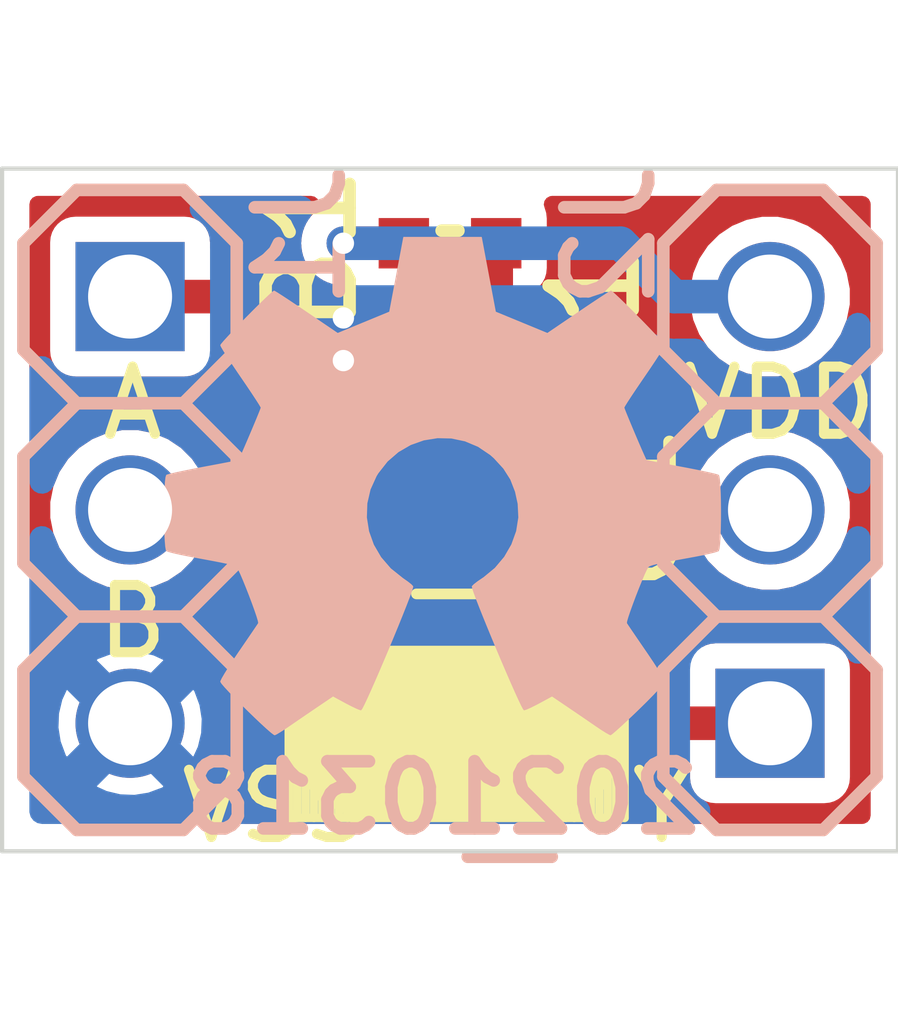
<source format=kicad_pcb>
(kicad_pcb (version 20171130) (host pcbnew 5.1.9-73d0e3b20d~88~ubuntu20.10.1)

  (general
    (thickness 1.6)
    (drawings 9)
    (tracks 22)
    (zones 0)
    (modules 8)
    (nets 8)
  )

  (page A4)
  (layers
    (0 F.Cu signal)
    (31 B.Cu signal)
    (32 B.Adhes user)
    (33 F.Adhes user)
    (34 B.Paste user)
    (35 F.Paste user)
    (36 B.SilkS user)
    (37 F.SilkS user)
    (38 B.Mask user)
    (39 F.Mask user)
    (40 Dwgs.User user)
    (41 Cmts.User user)
    (42 Eco1.User user)
    (43 Eco2.User user)
    (44 Edge.Cuts user)
    (45 Margin user)
    (46 B.CrtYd user)
    (47 F.CrtYd user)
    (48 B.Fab user)
    (49 F.Fab user)
  )

  (setup
    (last_trace_width 0.25)
    (user_trace_width 0.2)
    (user_trace_width 0.3)
    (user_trace_width 0.4)
    (user_trace_width 0.6)
    (user_trace_width 0.8)
    (user_trace_width 1)
    (user_trace_width 1.2)
    (user_trace_width 1.4)
    (user_trace_width 1.6)
    (user_trace_width 2)
    (trace_clearance 0.2)
    (zone_clearance 0.3)
    (zone_45_only no)
    (trace_min 0.1524)
    (via_size 0.8)
    (via_drill 0.4)
    (via_min_size 0.381)
    (via_min_drill 0.254)
    (user_via 0.4 0.254)
    (user_via 0.5 0.3)
    (user_via 0.6 0.4)
    (user_via 0.8 0.6)
    (user_via 1.1 0.8)
    (user_via 1.3 1)
    (user_via 1.5 1.2)
    (user_via 1.7 1.4)
    (user_via 1.9 1.6)
    (user_via 2.5 2)
    (uvia_size 0.3)
    (uvia_drill 0.1)
    (uvias_allowed no)
    (uvia_min_size 0.2)
    (uvia_min_drill 0.1)
    (edge_width 0.05)
    (segment_width 0.2)
    (pcb_text_width 0.3)
    (pcb_text_size 1.5 1.5)
    (mod_edge_width 0.12)
    (mod_text_size 0.8 0.8)
    (mod_text_width 0.12)
    (pad_size 0.6 0.6)
    (pad_drill 0)
    (pad_to_mask_clearance 0.0762)
    (solder_mask_min_width 0.1016)
    (pad_to_paste_clearance_ratio -0.1)
    (aux_axis_origin 0 0)
    (visible_elements FFFFFF7F)
    (pcbplotparams
      (layerselection 0x010fc_ffffffff)
      (usegerberextensions false)
      (usegerberattributes true)
      (usegerberadvancedattributes true)
      (creategerberjobfile true)
      (excludeedgelayer true)
      (linewidth 0.100000)
      (plotframeref false)
      (viasonmask false)
      (mode 1)
      (useauxorigin false)
      (hpglpennumber 1)
      (hpglpenspeed 20)
      (hpglpendiameter 15.000000)
      (psnegative false)
      (psa4output false)
      (plotreference true)
      (plotvalue true)
      (plotinvisibletext false)
      (padsonsilk false)
      (subtractmaskfromsilk false)
      (outputformat 1)
      (mirror false)
      (drillshape 1)
      (scaleselection 1)
      (outputdirectory ""))
  )

  (net 0 "")
  (net 1 /VSS)
  (net 2 /B)
  (net 3 /A)
  (net 4 /VDD)
  (net 5 "Net-(J2-Pad2)")
  (net 6 /Y)
  (net 7 "Net-(C1-Pad1)")

  (net_class Default "This is the default net class."
    (clearance 0.2)
    (trace_width 0.25)
    (via_dia 0.8)
    (via_drill 0.4)
    (uvia_dia 0.3)
    (uvia_drill 0.1)
    (add_net /A)
    (add_net /B)
    (add_net /VDD)
    (add_net /VSS)
    (add_net /Y)
    (add_net "Net-(C1-Pad1)")
    (add_net "Net-(J2-Pad2)")
  )

  (module SquantorIC:SOT353 (layer F.Cu) (tedit 6053D161) (tstamp 6053D4F5)
    (at 144.78 77.47 270)
    (descr "SOT353 Plastic surface-mounted package; 5 leads SC-88 NXP specified")
    (tags "SOT353 SC-88 NXP")
    (path /60545F33)
    (fp_text reference U1 (at 0 -2.159 90) (layer F.SilkS)
      (effects (font (size 1 1) (thickness 0.15)))
    )
    (fp_text value Generic_LL_5pin (at 0.03 -2.12 90) (layer F.Fab)
      (effects (font (size 1 1) (thickness 0.15)))
    )
    (fp_line (start -1.3 1.5) (end -1.3 -1.5) (layer F.CrtYd) (width 0.05))
    (fp_line (start 1.3 1.5) (end -1.3 1.5) (layer F.CrtYd) (width 0.05))
    (fp_line (start 1.3 -1.5) (end 1.3 1.5) (layer F.CrtYd) (width 0.05))
    (fp_line (start -1.3 -1.5) (end 1.3 -1.5) (layer F.CrtYd) (width 0.05))
    (fp_poly (pts (xy -0.775 -0.625) (xy -0.525 -0.625) (xy -0.525 -0.925) (xy -0.775 -0.925)) (layer Dwgs.User) (width 0))
    (fp_poly (pts (xy -0.775 0.925) (xy -0.525 0.925) (xy -0.525 0.625) (xy -0.775 0.625)) (layer Dwgs.User) (width 0))
    (fp_poly (pts (xy 0.525 0.925) (xy 0.775 0.925) (xy 0.775 0.625) (xy 0.525 0.625)) (layer Dwgs.User) (width 0))
    (fp_poly (pts (xy -0.125 0.925) (xy 0.125 0.925) (xy 0.125 0.625) (xy -0.125 0.625)) (layer Dwgs.User) (width 0))
    (fp_poly (pts (xy 0.525 -0.625) (xy 0.775 -0.625) (xy 0.775 -0.925) (xy 0.525 -0.925)) (layer Dwgs.User) (width 0))
    (fp_line (start -1 0.4) (end -1 -0.4) (layer F.SilkS) (width 0.127))
    (fp_line (start 1 0.4) (end 1 -0.4) (layer F.SilkS) (width 0.127))
    (fp_line (start 1 0.625) (end -1 0.625) (layer Dwgs.User) (width 0.127))
    (fp_line (start -1 -0.625) (end 1 -0.625) (layer Dwgs.User) (width 0.127))
    (fp_line (start 1 0.625) (end 1 -0.625) (layer Dwgs.User) (width 0.127))
    (fp_line (start -1 -0.625) (end -1 0.625) (layer Dwgs.User) (width 0.127))
    (fp_line (start -0.8 1.5) (end -1.3 1.5) (layer F.SilkS) (width 0.12))
    (fp_line (start -1.3 1.5) (end -1.3 1) (layer F.SilkS) (width 0.12))
    (pad 3 smd rect (at 0.75 0.9 270) (size 0.6 0.6) (layers F.Cu F.Paste F.Mask)
      (net 1 /VSS))
    (pad 2 smd rect (at 0 0.9 270) (size 0.4 0.6) (layers F.Cu F.Paste F.Mask)
      (net 2 /B))
    (pad 1 smd rect (at -0.75 0.9 270) (size 0.6 0.6) (layers F.Cu F.Paste F.Mask)
      (net 3 /A))
    (pad 4 smd rect (at 0.75 -0.9 270) (size 0.6 0.6) (layers F.Cu F.Paste F.Mask)
      (net 6 /Y))
    (pad 5 smd rect (at -0.75 -0.9 270) (size 0.6 0.6) (layers F.Cu F.Paste F.Mask)
      (net 7 "Net-(C1-Pad1)"))
    (model ${KISYS3DMOD}/Package_TO_SOT_SMD.3dshapes/SOT-353_SC-70-5.step
      (at (xyz 0 0 0))
      (scale (xyz 1 1 1))
      (rotate (xyz 0 0 -90))
    )
  )

  (module SquantorRcl:L_0402 (layer F.Cu) (tedit 5D554A2D) (tstamp 6053D42D)
    (at 144.78 74.295 180)
    (descr "Inductor SMD 0402")
    (tags "Inductor 0402")
    (path /6054902C)
    (attr smd)
    (fp_text reference FB1 (at 1.651 -0.508 90) (layer F.SilkS)
      (effects (font (size 1 1) (thickness 0.15)))
    )
    (fp_text value 600 (at 1.58 -0.505 90) (layer F.Fab)
      (effects (font (size 1 1) (thickness 0.15)))
    )
    (fp_line (start -0.5 0.25) (end -0.5 -0.25) (layer F.Fab) (width 0.1))
    (fp_line (start 0.5 0.25) (end -0.5 0.25) (layer F.Fab) (width 0.1))
    (fp_line (start 0.5 -0.25) (end 0.5 0.25) (layer F.Fab) (width 0.1))
    (fp_line (start -0.5 -0.25) (end 0.5 -0.25) (layer F.Fab) (width 0.1))
    (fp_line (start -1.1 -0.55) (end 1.1 -0.55) (layer F.CrtYd) (width 0.05))
    (fp_line (start -1.1 0.55) (end 1.1 0.55) (layer F.CrtYd) (width 0.05))
    (fp_line (start -1.1 -0.55) (end -1.1 0.55) (layer F.CrtYd) (width 0.05))
    (fp_line (start 1.1 -0.55) (end 1.1 0.55) (layer F.CrtYd) (width 0.05))
    (fp_line (start -0.1 -0.15) (end 0.1 -0.15) (layer F.SilkS) (width 0.15))
    (fp_line (start -0.1 0.15) (end 0.1 0.15) (layer F.SilkS) (width 0.15))
    (pad 2 smd rect (at 0.55 0 180) (size 0.6 0.6) (layers F.Cu F.Paste F.Mask)
      (net 4 /VDD))
    (pad 1 smd rect (at -0.55 0 180) (size 0.6 0.6) (layers F.Cu F.Paste F.Mask)
      (net 7 "Net-(C1-Pad1)"))
    (model ${KISYS3DMOD}/Inductor_SMD.3dshapes/L_0402_1005Metric.step
      (at (xyz 0 0 0))
      (scale (xyz 1 1 1))
      (rotate (xyz 0 0 0))
    )
  )

  (module SquantorRcl:C_0402 (layer F.Cu) (tedit 6053D052) (tstamp 6053D5AF)
    (at 144.78 75.438 180)
    (descr "Capacitor SMD 0402, reflow soldering, AVX (see smccp.pdf)")
    (tags "capacitor 0402")
    (path /6054780E)
    (attr smd)
    (fp_text reference C1 (at -1.72 0.138 90) (layer F.SilkS)
      (effects (font (size 1 1) (thickness 0.15)))
    )
    (fp_text value 1u (at -1.72 0.138 90) (layer F.Fab)
      (effects (font (size 1 1) (thickness 0.15)))
    )
    (fp_line (start -0.5 0.25) (end -0.5 -0.25) (layer F.Fab) (width 0.1))
    (fp_line (start 0.5 0.25) (end -0.5 0.25) (layer F.Fab) (width 0.1))
    (fp_line (start 0.5 -0.25) (end 0.5 0.25) (layer F.Fab) (width 0.1))
    (fp_line (start -0.5 -0.25) (end 0.5 -0.25) (layer F.Fab) (width 0.1))
    (fp_line (start -1.1 -0.55) (end 1.1 -0.55) (layer F.CrtYd) (width 0.05))
    (fp_line (start -1.1 0.55) (end 1.1 0.55) (layer F.CrtYd) (width 0.05))
    (fp_line (start -1.1 -0.55) (end -1.1 0.55) (layer F.CrtYd) (width 0.05))
    (fp_line (start 1.1 -0.55) (end 1.1 0.55) (layer F.CrtYd) (width 0.05))
    (fp_line (start 0 -0.2) (end 0 0.2) (layer F.SilkS) (width 0.15))
    (pad 2 smd rect (at 0.55 0 180) (size 0.6 0.6) (layers F.Cu F.Paste F.Mask)
      (net 1 /VSS) (zone_connect 2))
    (pad 1 smd rect (at -0.55 0 180) (size 0.6 0.6) (layers F.Cu F.Paste F.Mask)
      (net 7 "Net-(C1-Pad1)"))
    (model ${KISYS3DMOD}/Capacitor_SMD.3dshapes/C_0402_1005Metric.step
      (at (xyz 0 0 0))
      (scale (xyz 1 1 1))
      (rotate (xyz 0 0 0))
    )
  )

  (module SquantorLabels:Label_Note_small (layer F.Cu) (tedit 59D3F481) (tstamp 6053CDE7)
    (at 141.859 80.137)
    (path /6062FA2E)
    (fp_text reference N3 (at -0.05 -2.3) (layer F.Fab) hide
      (effects (font (size 1 1) (thickness 0.15)))
    )
    (fp_text value Type (at 2.921 -0.127) (layer F.SilkS)
      (effects (font (size 1 1) (thickness 0.15)))
    )
    (fp_line (start 4.9 -1) (end 4.9 1) (layer F.SilkS) (width 0.1))
    (fp_line (start 4.8 -1) (end 4.9 -1) (layer F.SilkS) (width 0.1))
    (fp_line (start 4.8 1) (end 4.8 -1) (layer F.SilkS) (width 0.1))
    (fp_line (start 4.7 -1) (end 4.7 1) (layer F.SilkS) (width 0.1))
    (fp_line (start 4.6 1) (end 4.6 -1) (layer F.SilkS) (width 0.1))
    (fp_line (start 4.5 -1) (end 4.5 1) (layer F.SilkS) (width 0.1))
    (fp_line (start 4.4 1) (end 4.4 -1) (layer F.SilkS) (width 0.1))
    (fp_line (start 4.3 -1) (end 4.3 1) (layer F.SilkS) (width 0.1))
    (fp_line (start 1.7 1) (end 1.7 -1) (layer F.SilkS) (width 0.1))
    (fp_line (start 1.6 -1) (end 1.6 1) (layer F.SilkS) (width 0.1))
    (fp_line (start 1.5 1) (end 1.5 -1) (layer F.SilkS) (width 0.1))
    (fp_line (start 1.4 -1) (end 1.4 1) (layer F.SilkS) (width 0.1))
    (fp_line (start 1.3 1) (end 1.3 -1) (layer F.SilkS) (width 0.1))
    (fp_line (start 1.2 -1) (end 1.2 1) (layer F.SilkS) (width 0.1))
    (fp_line (start 1.1 1) (end 1.1 -1) (layer F.SilkS) (width 0.1))
    (fp_line (start 1 1) (end 1 -1) (layer F.SilkS) (width 0.1))
    (fp_line (start 5 1) (end 1 1) (layer F.SilkS) (width 0.1))
    (fp_line (start 5 -1) (end 5 1) (layer F.SilkS) (width 0.1))
    (fp_line (start 1 -1) (end 5 -1) (layer F.SilkS) (width 0.1))
    (fp_line (start 2 0) (end 4 0) (layer F.SilkS) (width 2))
  )

  (module SquantorConnectors:Header-0254-1X03-H010 (layer B.Cu) (tedit 5BE2003D) (tstamp 6053CDC3)
    (at 148.59 77.47 90)
    (descr "PIN HEADER")
    (tags "PIN HEADER")
    (path /6053F40B)
    (attr virtual)
    (fp_text reference J2 (at 3.27 -1.905 270) (layer B.SilkS)
      (effects (font (size 1 1) (thickness 0.15)) (justify mirror))
    )
    (fp_text value Conn_01x03 (at 0 -2.1 270) (layer B.Fab)
      (effects (font (size 1 1) (thickness 0.15)) (justify mirror))
    )
    (fp_line (start -3.175 1.27) (end -1.905 1.27) (layer B.SilkS) (width 0.15))
    (fp_line (start -1.905 1.27) (end -1.27 0.635) (layer B.SilkS) (width 0.15))
    (fp_line (start -1.27 0.635) (end -1.27 -0.635) (layer B.SilkS) (width 0.15))
    (fp_line (start -1.27 -0.635) (end -1.905 -1.27) (layer B.SilkS) (width 0.15))
    (fp_line (start -1.27 0.635) (end -0.635 1.27) (layer B.SilkS) (width 0.15))
    (fp_line (start -0.635 1.27) (end 0.635 1.27) (layer B.SilkS) (width 0.15))
    (fp_line (start 0.635 1.27) (end 1.27 0.635) (layer B.SilkS) (width 0.15))
    (fp_line (start 1.27 0.635) (end 1.27 -0.635) (layer B.SilkS) (width 0.15))
    (fp_line (start 1.27 -0.635) (end 0.635 -1.27) (layer B.SilkS) (width 0.15))
    (fp_line (start 0.635 -1.27) (end -0.635 -1.27) (layer B.SilkS) (width 0.15))
    (fp_line (start -0.635 -1.27) (end -1.27 -0.635) (layer B.SilkS) (width 0.15))
    (fp_line (start -3.81 0.635) (end -3.81 -0.635) (layer B.SilkS) (width 0.15))
    (fp_line (start -3.175 1.27) (end -3.81 0.635) (layer B.SilkS) (width 0.15))
    (fp_line (start -3.81 -0.635) (end -3.175 -1.27) (layer B.SilkS) (width 0.15))
    (fp_line (start -1.905 -1.27) (end -3.175 -1.27) (layer B.SilkS) (width 0.15))
    (fp_line (start 1.27 0.635) (end 1.905 1.27) (layer B.SilkS) (width 0.15))
    (fp_line (start 1.905 1.27) (end 3.175 1.27) (layer B.SilkS) (width 0.15))
    (fp_line (start 3.175 1.27) (end 3.81 0.635) (layer B.SilkS) (width 0.15))
    (fp_line (start 3.81 0.635) (end 3.81 -0.635) (layer B.SilkS) (width 0.15))
    (fp_line (start 3.81 -0.635) (end 3.175 -1.27) (layer B.SilkS) (width 0.15))
    (fp_line (start 3.175 -1.27) (end 1.905 -1.27) (layer B.SilkS) (width 0.15))
    (fp_line (start 1.905 -1.27) (end 1.27 -0.635) (layer B.SilkS) (width 0.15))
    (pad 3 thru_hole circle (at 2.54 0 270) (size 1.3 1.3) (drill 1) (layers *.Cu *.Mask)
      (net 4 /VDD))
    (pad 2 thru_hole circle (at 0 0 270) (size 1.3 1.3) (drill 1) (layers *.Cu *.Mask)
      (net 5 "Net-(J2-Pad2)"))
    (pad 1 thru_hole rect (at -2.54 0 270) (size 1.3 1.3) (drill 1) (layers *.Cu *.Mask)
      (net 6 /Y))
  )

  (module SquantorConnectors:Header-0254-1X03-H010 (layer B.Cu) (tedit 5BE2003D) (tstamp 6053CDA6)
    (at 140.97 77.47 270)
    (descr "PIN HEADER")
    (tags "PIN HEADER")
    (path /6053DE47)
    (attr virtual)
    (fp_text reference J1 (at -3.27 -2.03 270) (layer B.SilkS)
      (effects (font (size 1 1) (thickness 0.15)) (justify mirror))
    )
    (fp_text value Conn_01x03 (at 0 -2.1 270) (layer B.Fab)
      (effects (font (size 1 1) (thickness 0.15)) (justify mirror))
    )
    (fp_line (start -3.175 1.27) (end -1.905 1.27) (layer B.SilkS) (width 0.15))
    (fp_line (start -1.905 1.27) (end -1.27 0.635) (layer B.SilkS) (width 0.15))
    (fp_line (start -1.27 0.635) (end -1.27 -0.635) (layer B.SilkS) (width 0.15))
    (fp_line (start -1.27 -0.635) (end -1.905 -1.27) (layer B.SilkS) (width 0.15))
    (fp_line (start -1.27 0.635) (end -0.635 1.27) (layer B.SilkS) (width 0.15))
    (fp_line (start -0.635 1.27) (end 0.635 1.27) (layer B.SilkS) (width 0.15))
    (fp_line (start 0.635 1.27) (end 1.27 0.635) (layer B.SilkS) (width 0.15))
    (fp_line (start 1.27 0.635) (end 1.27 -0.635) (layer B.SilkS) (width 0.15))
    (fp_line (start 1.27 -0.635) (end 0.635 -1.27) (layer B.SilkS) (width 0.15))
    (fp_line (start 0.635 -1.27) (end -0.635 -1.27) (layer B.SilkS) (width 0.15))
    (fp_line (start -0.635 -1.27) (end -1.27 -0.635) (layer B.SilkS) (width 0.15))
    (fp_line (start -3.81 0.635) (end -3.81 -0.635) (layer B.SilkS) (width 0.15))
    (fp_line (start -3.175 1.27) (end -3.81 0.635) (layer B.SilkS) (width 0.15))
    (fp_line (start -3.81 -0.635) (end -3.175 -1.27) (layer B.SilkS) (width 0.15))
    (fp_line (start -1.905 -1.27) (end -3.175 -1.27) (layer B.SilkS) (width 0.15))
    (fp_line (start 1.27 0.635) (end 1.905 1.27) (layer B.SilkS) (width 0.15))
    (fp_line (start 1.905 1.27) (end 3.175 1.27) (layer B.SilkS) (width 0.15))
    (fp_line (start 3.175 1.27) (end 3.81 0.635) (layer B.SilkS) (width 0.15))
    (fp_line (start 3.81 0.635) (end 3.81 -0.635) (layer B.SilkS) (width 0.15))
    (fp_line (start 3.81 -0.635) (end 3.175 -1.27) (layer B.SilkS) (width 0.15))
    (fp_line (start 3.175 -1.27) (end 1.905 -1.27) (layer B.SilkS) (width 0.15))
    (fp_line (start 1.905 -1.27) (end 1.27 -0.635) (layer B.SilkS) (width 0.15))
    (pad 3 thru_hole circle (at 2.54 0 90) (size 1.3 1.3) (drill 1) (layers *.Cu *.Mask)
      (net 1 /VSS))
    (pad 2 thru_hole circle (at 0 0 90) (size 1.3 1.3) (drill 1) (layers *.Cu *.Mask)
      (net 2 /B))
    (pad 1 thru_hole rect (at -2.54 0 90) (size 1.3 1.3) (drill 1) (layers *.Cu *.Mask)
      (net 3 /A))
  )

  (module Symbol:OSHW-Symbol_6.7x6mm_SilkScreen (layer B.Cu) (tedit 0) (tstamp 5EE12086)
    (at 144.7 77.2 180)
    (descr "Open Source Hardware Symbol")
    (tags "Logo Symbol OSHW")
    (path /5EE13678)
    (attr virtual)
    (fp_text reference N2 (at 0 0) (layer B.SilkS) hide
      (effects (font (size 1 1) (thickness 0.15)) (justify mirror))
    )
    (fp_text value OHWLOGO (at 0.75 0) (layer B.Fab) hide
      (effects (font (size 1 1) (thickness 0.15)) (justify mirror))
    )
    (fp_poly (pts (xy 0.555814 2.531069) (xy 0.639635 2.086445) (xy 0.94892 1.958947) (xy 1.258206 1.831449)
      (xy 1.629246 2.083754) (xy 1.733157 2.154004) (xy 1.827087 2.216728) (xy 1.906652 2.269062)
      (xy 1.96747 2.308143) (xy 2.005157 2.331107) (xy 2.015421 2.336058) (xy 2.03391 2.323324)
      (xy 2.07342 2.288118) (xy 2.129522 2.234938) (xy 2.197787 2.168282) (xy 2.273786 2.092646)
      (xy 2.353092 2.012528) (xy 2.431275 1.932426) (xy 2.503907 1.856836) (xy 2.566559 1.790255)
      (xy 2.614803 1.737182) (xy 2.64421 1.702113) (xy 2.651241 1.690377) (xy 2.641123 1.66874)
      (xy 2.612759 1.621338) (xy 2.569129 1.552807) (xy 2.513218 1.467785) (xy 2.448006 1.370907)
      (xy 2.410219 1.31565) (xy 2.341343 1.214752) (xy 2.28014 1.123701) (xy 2.229578 1.04703)
      (xy 2.192628 0.989272) (xy 2.172258 0.954957) (xy 2.169197 0.947746) (xy 2.176136 0.927252)
      (xy 2.195051 0.879487) (xy 2.223087 0.811168) (xy 2.257391 0.729011) (xy 2.295109 0.63973)
      (xy 2.333387 0.550042) (xy 2.36937 0.466662) (xy 2.400206 0.396306) (xy 2.423039 0.34569)
      (xy 2.435017 0.321529) (xy 2.435724 0.320578) (xy 2.454531 0.315964) (xy 2.504618 0.305672)
      (xy 2.580793 0.290713) (xy 2.677865 0.272099) (xy 2.790643 0.250841) (xy 2.856442 0.238582)
      (xy 2.97695 0.215638) (xy 3.085797 0.193805) (xy 3.177476 0.174278) (xy 3.246481 0.158252)
      (xy 3.287304 0.146921) (xy 3.295511 0.143326) (xy 3.303548 0.118994) (xy 3.310033 0.064041)
      (xy 3.31497 -0.015108) (xy 3.318364 -0.112026) (xy 3.320218 -0.220287) (xy 3.320538 -0.333465)
      (xy 3.319327 -0.445135) (xy 3.31659 -0.548868) (xy 3.312331 -0.638241) (xy 3.306555 -0.706826)
      (xy 3.299267 -0.748197) (xy 3.294895 -0.75681) (xy 3.268764 -0.767133) (xy 3.213393 -0.781892)
      (xy 3.136107 -0.799352) (xy 3.04423 -0.81778) (xy 3.012158 -0.823741) (xy 2.857524 -0.852066)
      (xy 2.735375 -0.874876) (xy 2.641673 -0.89308) (xy 2.572384 -0.907583) (xy 2.523471 -0.919292)
      (xy 2.490897 -0.929115) (xy 2.470628 -0.937956) (xy 2.458626 -0.946724) (xy 2.456947 -0.948457)
      (xy 2.440184 -0.976371) (xy 2.414614 -1.030695) (xy 2.382788 -1.104777) (xy 2.34726 -1.191965)
      (xy 2.310583 -1.285608) (xy 2.275311 -1.379052) (xy 2.243996 -1.465647) (xy 2.219193 -1.53874)
      (xy 2.203454 -1.591678) (xy 2.199332 -1.617811) (xy 2.199676 -1.618726) (xy 2.213641 -1.640086)
      (xy 2.245322 -1.687084) (xy 2.291391 -1.754827) (xy 2.348518 -1.838423) (xy 2.413373 -1.932982)
      (xy 2.431843 -1.959854) (xy 2.497699 -2.057275) (xy 2.55565 -2.146163) (xy 2.602538 -2.221412)
      (xy 2.635207 -2.27792) (xy 2.6505 -2.310581) (xy 2.651241 -2.314593) (xy 2.638392 -2.335684)
      (xy 2.602888 -2.377464) (xy 2.549293 -2.435445) (xy 2.482171 -2.505135) (xy 2.406087 -2.582045)
      (xy 2.325604 -2.661683) (xy 2.245287 -2.739561) (xy 2.169699 -2.811186) (xy 2.103405 -2.87207)
      (xy 2.050969 -2.917721) (xy 2.016955 -2.94365) (xy 2.007545 -2.947883) (xy 1.985643 -2.937912)
      (xy 1.9408 -2.91102) (xy 1.880321 -2.871736) (xy 1.833789 -2.840117) (xy 1.749475 -2.782098)
      (xy 1.649626 -2.713784) (xy 1.549473 -2.645579) (xy 1.495627 -2.609075) (xy 1.313371 -2.4858)
      (xy 1.160381 -2.56852) (xy 1.090682 -2.604759) (xy 1.031414 -2.632926) (xy 0.991311 -2.648991)
      (xy 0.981103 -2.651226) (xy 0.968829 -2.634722) (xy 0.944613 -2.588082) (xy 0.910263 -2.515609)
      (xy 0.867588 -2.421606) (xy 0.818394 -2.310374) (xy 0.76449 -2.186215) (xy 0.707684 -2.053432)
      (xy 0.649782 -1.916327) (xy 0.592593 -1.779202) (xy 0.537924 -1.646358) (xy 0.487584 -1.522098)
      (xy 0.44338 -1.410725) (xy 0.407119 -1.316539) (xy 0.380609 -1.243844) (xy 0.365658 -1.196941)
      (xy 0.363254 -1.180833) (xy 0.382311 -1.160286) (xy 0.424036 -1.126933) (xy 0.479706 -1.087702)
      (xy 0.484378 -1.084599) (xy 0.628264 -0.969423) (xy 0.744283 -0.835053) (xy 0.83143 -0.685784)
      (xy 0.888699 -0.525913) (xy 0.915086 -0.359737) (xy 0.909585 -0.191552) (xy 0.87119 -0.025655)
      (xy 0.798895 0.133658) (xy 0.777626 0.168513) (xy 0.666996 0.309263) (xy 0.536302 0.422286)
      (xy 0.390064 0.506997) (xy 0.232808 0.562806) (xy 0.069057 0.589126) (xy -0.096667 0.58537)
      (xy -0.259838 0.55095) (xy -0.415935 0.485277) (xy -0.560433 0.387765) (xy -0.605131 0.348187)
      (xy -0.718888 0.224297) (xy -0.801782 0.093876) (xy -0.858644 -0.052315) (xy -0.890313 -0.197088)
      (xy -0.898131 -0.35986) (xy -0.872062 -0.52344) (xy -0.814755 -0.682298) (xy -0.728856 -0.830906)
      (xy -0.617014 -0.963735) (xy -0.481877 -1.075256) (xy -0.464117 -1.087011) (xy -0.40785 -1.125508)
      (xy -0.365077 -1.158863) (xy -0.344628 -1.18016) (xy -0.344331 -1.180833) (xy -0.348721 -1.203871)
      (xy -0.366124 -1.256157) (xy -0.394732 -1.33339) (xy -0.432735 -1.431268) (xy -0.478326 -1.545491)
      (xy -0.529697 -1.671758) (xy -0.585038 -1.805767) (xy -0.642542 -1.943218) (xy -0.700399 -2.079808)
      (xy -0.756802 -2.211237) (xy -0.809942 -2.333205) (xy -0.85801 -2.441409) (xy -0.899199 -2.531549)
      (xy -0.931699 -2.599323) (xy -0.953703 -2.64043) (xy -0.962564 -2.651226) (xy -0.98964 -2.642819)
      (xy -1.040303 -2.620272) (xy -1.105817 -2.587613) (xy -1.141841 -2.56852) (xy -1.294832 -2.4858)
      (xy -1.477088 -2.609075) (xy -1.570125 -2.672228) (xy -1.671985 -2.741727) (xy -1.767438 -2.807165)
      (xy -1.81525 -2.840117) (xy -1.882495 -2.885273) (xy -1.939436 -2.921057) (xy -1.978646 -2.942938)
      (xy -1.991381 -2.947563) (xy -2.009917 -2.935085) (xy -2.050941 -2.900252) (xy -2.110475 -2.846678)
      (xy -2.184542 -2.777983) (xy -2.269165 -2.697781) (xy -2.322685 -2.646286) (xy -2.416319 -2.554286)
      (xy -2.497241 -2.471999) (xy -2.562177 -2.402945) (xy -2.607858 -2.350644) (xy -2.631011 -2.318616)
      (xy -2.633232 -2.312116) (xy -2.622924 -2.287394) (xy -2.594439 -2.237405) (xy -2.550937 -2.167212)
      (xy -2.495577 -2.081875) (xy -2.43152 -1.986456) (xy -2.413303 -1.959854) (xy -2.346927 -1.863167)
      (xy -2.287378 -1.776117) (xy -2.237984 -1.703595) (xy -2.202075 -1.650493) (xy -2.182981 -1.621703)
      (xy -2.181136 -1.618726) (xy -2.183895 -1.595782) (xy -2.198538 -1.545336) (xy -2.222513 -1.474041)
      (xy -2.253266 -1.388547) (xy -2.288244 -1.295507) (xy -2.324893 -1.201574) (xy -2.360661 -1.113399)
      (xy -2.392994 -1.037634) (xy -2.419338 -0.980931) (xy -2.437142 -0.949943) (xy -2.438407 -0.948457)
      (xy -2.449294 -0.939601) (xy -2.467682 -0.930843) (xy -2.497606 -0.921277) (xy -2.543103 -0.909996)
      (xy -2.608209 -0.896093) (xy -2.696961 -0.878663) (xy -2.813393 -0.856798) (xy -2.961542 -0.829591)
      (xy -2.993618 -0.823741) (xy -3.088686 -0.805374) (xy -3.171565 -0.787405) (xy -3.23493 -0.771569)
      (xy -3.271458 -0.7596) (xy -3.276356 -0.75681) (xy -3.284427 -0.732072) (xy -3.290987 -0.67679)
      (xy -3.296033 -0.597389) (xy -3.299559 -0.500296) (xy -3.301561 -0.391938) (xy -3.302036 -0.27874)
      (xy -3.300977 -0.167128) (xy -3.298382 -0.063529) (xy -3.294246 0.025632) (xy -3.288563 0.093928)
      (xy -3.281331 0.134934) (xy -3.276971 0.143326) (xy -3.252698 0.151792) (xy -3.197426 0.165565)
      (xy -3.116662 0.18345) (xy -3.015912 0.204252) (xy -2.900683 0.226777) (xy -2.837902 0.238582)
      (xy -2.718787 0.260849) (xy -2.612565 0.281021) (xy -2.524427 0.298085) (xy -2.459566 0.311031)
      (xy -2.423174 0.318845) (xy -2.417184 0.320578) (xy -2.407061 0.34011) (xy -2.385662 0.387157)
      (xy -2.355839 0.454997) (xy -2.320445 0.536909) (xy -2.282332 0.626172) (xy -2.244353 0.716065)
      (xy -2.20936 0.799865) (xy -2.180206 0.870853) (xy -2.159743 0.922306) (xy -2.150823 0.947503)
      (xy -2.150657 0.948604) (xy -2.160769 0.968481) (xy -2.189117 1.014223) (xy -2.232723 1.081283)
      (xy -2.288606 1.165116) (xy -2.353787 1.261174) (xy -2.391679 1.31635) (xy -2.460725 1.417519)
      (xy -2.52205 1.50937) (xy -2.572663 1.587256) (xy -2.609571 1.646531) (xy -2.629782 1.682549)
      (xy -2.632701 1.690623) (xy -2.620153 1.709416) (xy -2.585463 1.749543) (xy -2.533063 1.806507)
      (xy -2.467384 1.875815) (xy -2.392856 1.952969) (xy -2.313913 2.033475) (xy -2.234983 2.112837)
      (xy -2.1605 2.18656) (xy -2.094894 2.250148) (xy -2.042596 2.299106) (xy -2.008039 2.328939)
      (xy -1.996478 2.336058) (xy -1.977654 2.326047) (xy -1.932631 2.297922) (xy -1.865787 2.254546)
      (xy -1.781499 2.198782) (xy -1.684144 2.133494) (xy -1.610707 2.083754) (xy -1.239667 1.831449)
      (xy -0.621095 2.086445) (xy -0.537275 2.531069) (xy -0.453454 2.975693) (xy 0.471994 2.975693)
      (xy 0.555814 2.531069)) (layer B.SilkS) (width 0.01))
  )

  (module SquantorLabels:Label_Generic (layer B.Cu) (tedit 5D8A7D4C) (tstamp 5EE12051)
    (at 145.491 81 180)
    (descr "Label for general purpose use")
    (tags Label)
    (path /5EE12BF3)
    (attr smd)
    (fp_text reference N1 (at 0 -1.85) (layer B.Fab) hide
      (effects (font (size 1 1) (thickness 0.15)) (justify mirror))
    )
    (fp_text value 20210318 (at 0.8 0.1) (layer B.SilkS)
      (effects (font (size 0.8 0.8) (thickness 0.15)) (justify mirror))
    )
    (fp_line (start -0.5 -0.6) (end 0.5 -0.6) (layer B.SilkS) (width 0.15))
  )

  (gr_text VDD (at 148.7 76.2) (layer F.SilkS)
    (effects (font (size 0.8 0.8) (thickness 0.12)))
  )
  (gr_text Y (at 147.3 81) (layer F.SilkS)
    (effects (font (size 0.8 0.8) (thickness 0.12)))
  )
  (gr_text VSS (at 142.7 81) (layer F.SilkS)
    (effects (font (size 0.8 0.8) (thickness 0.12)))
  )
  (gr_text B (at 141 78.8) (layer F.SilkS)
    (effects (font (size 0.8 0.8) (thickness 0.12)))
  )
  (gr_text A (at 141 76.2) (layer F.SilkS)
    (effects (font (size 0.8 0.8) (thickness 0.12)))
  )
  (gr_line (start 139.446 81.534) (end 139.446 73.406) (layer Edge.Cuts) (width 0.05) (tstamp 6053D06C))
  (gr_line (start 150.114 81.534) (end 139.446 81.534) (layer Edge.Cuts) (width 0.05))
  (gr_line (start 150.114 73.406) (end 150.114 81.534) (layer Edge.Cuts) (width 0.05))
  (gr_line (start 139.446 73.406) (end 150.114 73.406) (layer Edge.Cuts) (width 0.05))

  (via (at 143.51 75.692) (size 0.4) (drill 0.254) (layers F.Cu B.Cu) (net 1))
  (via (at 143.51 75.184) (size 0.4) (drill 0.254) (layers F.Cu B.Cu) (net 1))
  (segment (start 143.88 77.47) (end 140.97 77.47) (width 0.4) (layer F.Cu) (net 2))
  (segment (start 142.13 74.93) (end 140.97 74.93) (width 0.4) (layer F.Cu) (net 3))
  (segment (start 142.5 75.3) (end 142.13 74.93) (width 0.4) (layer F.Cu) (net 3))
  (segment (start 142.5 76.3) (end 142.5 75.3) (width 0.4) (layer F.Cu) (net 3))
  (segment (start 142.92 76.72) (end 142.5 76.3) (width 0.4) (layer F.Cu) (net 3))
  (segment (start 143.88 76.72) (end 142.92 76.72) (width 0.4) (layer F.Cu) (net 3))
  (segment (start 148.59 74.93) (end 147.447 74.93) (width 0.4) (layer B.Cu) (net 4))
  (segment (start 147.447 74.93) (end 146.812 74.295) (width 0.4) (layer B.Cu) (net 4))
  (via (at 143.51 74.295) (size 0.4) (drill 0.254) (layers F.Cu B.Cu) (net 4))
  (segment (start 146.812 74.295) (end 143.51 74.295) (width 0.4) (layer B.Cu) (net 4))
  (segment (start 143.51 74.295) (end 144.23 74.295) (width 0.4) (layer F.Cu) (net 4))
  (segment (start 146.72 78.22) (end 145.68 78.22) (width 0.4) (layer F.Cu) (net 6))
  (segment (start 147.1 78.6) (end 146.72 78.22) (width 0.4) (layer F.Cu) (net 6))
  (segment (start 147.1 79.6) (end 147.1 78.6) (width 0.4) (layer F.Cu) (net 6))
  (segment (start 147.51 80.01) (end 147.1 79.6) (width 0.4) (layer F.Cu) (net 6))
  (segment (start 148.59 80.01) (end 147.51 80.01) (width 0.4) (layer F.Cu) (net 6))
  (segment (start 145.68 76.72) (end 145.68 76.211) (width 0.4) (layer F.Cu) (net 7))
  (segment (start 145.33 75.861) (end 145.33 75.438) (width 0.4) (layer F.Cu) (net 7))
  (segment (start 145.68 76.211) (end 145.33 75.861) (width 0.4) (layer F.Cu) (net 7))
  (segment (start 145.33 75.438) (end 145.33 74.295) (width 0.4) (layer F.Cu) (net 7))

  (zone (net 1) (net_name /VSS) (layer B.Cu) (tstamp 0) (hatch edge 0.508)
    (connect_pads (clearance 0.3))
    (min_thickness 0.3)
    (fill yes (arc_segments 32) (thermal_gap 0.2) (thermal_bridge_width 0.5))
    (polygon
      (pts
        (xy 150.114 81.534) (xy 139.446 81.534) (xy 139.446 73.406) (xy 150.114 73.406)
      )
    )
    (filled_polygon
      (pts
        (xy 142.987285 73.90733) (xy 142.96693 73.932132) (xy 142.951803 73.960433) (xy 142.933978 73.98711) (xy 142.9217 74.016752)
        (xy 142.906573 74.045052) (xy 142.897259 74.075756) (xy 142.884979 74.105402) (xy 142.878719 74.136875) (xy 142.869405 74.167578)
        (xy 142.86626 74.19951) (xy 142.86 74.230981) (xy 142.86 74.263068) (xy 142.856855 74.295) (xy 142.86 74.326932)
        (xy 142.86 74.359019) (xy 142.86626 74.39049) (xy 142.869405 74.422422) (xy 142.878719 74.453125) (xy 142.884979 74.484598)
        (xy 142.897259 74.514244) (xy 142.906573 74.544948) (xy 142.9217 74.573248) (xy 142.933978 74.60289) (xy 142.951803 74.629567)
        (xy 142.96693 74.657868) (xy 142.987285 74.68267) (xy 143.005112 74.709351) (xy 143.027804 74.732043) (xy 143.048157 74.756843)
        (xy 143.072957 74.777196) (xy 143.095649 74.799888) (xy 143.12233 74.817715) (xy 143.147132 74.83807) (xy 143.175433 74.853197)
        (xy 143.20211 74.871022) (xy 143.231752 74.8833) (xy 143.260052 74.898427) (xy 143.290756 74.907741) (xy 143.320402 74.920021)
        (xy 143.351875 74.926281) (xy 143.382578 74.935595) (xy 143.41451 74.93874) (xy 143.445981 74.945) (xy 146.542762 74.945)
        (xy 146.964804 75.367043) (xy 146.985157 75.391843) (xy 147.009957 75.412196) (xy 147.00996 75.412199) (xy 147.084132 75.47307)
        (xy 147.197052 75.533427) (xy 147.319578 75.570595) (xy 147.415068 75.58) (xy 147.415076 75.58) (xy 147.447 75.583144)
        (xy 147.478924 75.58) (xy 147.701358 75.58) (xy 147.735575 75.631209) (xy 147.888791 75.784425) (xy 148.068955 75.904807)
        (xy 148.269142 75.987727) (xy 148.481659 76.03) (xy 148.698341 76.03) (xy 148.910858 75.987727) (xy 149.111045 75.904807)
        (xy 149.291209 75.784425) (xy 149.444425 75.631209) (xy 149.564807 75.451045) (xy 149.639 75.271926) (xy 149.639 77.128073)
        (xy 149.564807 76.948955) (xy 149.444425 76.768791) (xy 149.291209 76.615575) (xy 149.111045 76.495193) (xy 148.910858 76.412273)
        (xy 148.698341 76.37) (xy 148.481659 76.37) (xy 148.269142 76.412273) (xy 148.068955 76.495193) (xy 147.888791 76.615575)
        (xy 147.735575 76.768791) (xy 147.615193 76.948955) (xy 147.532273 77.149142) (xy 147.49 77.361659) (xy 147.49 77.578341)
        (xy 147.532273 77.790858) (xy 147.615193 77.991045) (xy 147.735575 78.171209) (xy 147.888791 78.324425) (xy 148.068955 78.444807)
        (xy 148.269142 78.527727) (xy 148.481659 78.57) (xy 148.698341 78.57) (xy 148.910858 78.527727) (xy 149.111045 78.444807)
        (xy 149.291209 78.324425) (xy 149.444425 78.171209) (xy 149.564807 77.991045) (xy 149.639001 77.811927) (xy 149.639001 79.151869)
        (xy 149.615971 79.108784) (xy 149.559737 79.040263) (xy 149.491216 78.984029) (xy 149.413041 78.942243) (xy 149.328215 78.916511)
        (xy 149.24 78.907823) (xy 147.94 78.907823) (xy 147.851785 78.916511) (xy 147.766959 78.942243) (xy 147.688784 78.984029)
        (xy 147.620263 79.040263) (xy 147.564029 79.108784) (xy 147.522243 79.186959) (xy 147.496511 79.271785) (xy 147.487823 79.36)
        (xy 147.487823 80.66) (xy 147.496511 80.748215) (xy 147.522243 80.833041) (xy 147.564029 80.911216) (xy 147.620263 80.979737)
        (xy 147.688784 81.035971) (xy 147.731868 81.059) (xy 139.921 81.059) (xy 139.921 80.725502) (xy 140.39592 80.725502)
        (xy 140.463204 80.877675) (xy 140.642217 80.959874) (xy 140.833827 81.00557) (xy 141.030669 81.013006) (xy 141.22518 80.981898)
        (xy 141.409885 80.91344) (xy 141.476796 80.877675) (xy 141.54408 80.725502) (xy 140.97 80.151421) (xy 140.39592 80.725502)
        (xy 139.921 80.725502) (xy 139.921 80.070669) (xy 139.966994 80.070669) (xy 139.998102 80.26518) (xy 140.06656 80.449885)
        (xy 140.102325 80.516796) (xy 140.254498 80.58408) (xy 140.828579 80.01) (xy 141.111421 80.01) (xy 141.685502 80.58408)
        (xy 141.837675 80.516796) (xy 141.919874 80.337783) (xy 141.96557 80.146173) (xy 141.973006 79.949331) (xy 141.941898 79.75482)
        (xy 141.87344 79.570115) (xy 141.837675 79.503204) (xy 141.685502 79.43592) (xy 141.111421 80.01) (xy 140.828579 80.01)
        (xy 140.254498 79.43592) (xy 140.102325 79.503204) (xy 140.020126 79.682217) (xy 139.97443 79.873827) (xy 139.966994 80.070669)
        (xy 139.921 80.070669) (xy 139.921 79.294498) (xy 140.39592 79.294498) (xy 140.97 79.868579) (xy 141.54408 79.294498)
        (xy 141.476796 79.142325) (xy 141.297783 79.060126) (xy 141.106173 79.01443) (xy 140.909331 79.006994) (xy 140.71482 79.038102)
        (xy 140.530115 79.10656) (xy 140.463204 79.142325) (xy 140.39592 79.294498) (xy 139.921 79.294498) (xy 139.921 77.811927)
        (xy 139.995193 77.991045) (xy 140.115575 78.171209) (xy 140.268791 78.324425) (xy 140.448955 78.444807) (xy 140.649142 78.527727)
        (xy 140.861659 78.57) (xy 141.078341 78.57) (xy 141.290858 78.527727) (xy 141.491045 78.444807) (xy 141.671209 78.324425)
        (xy 141.824425 78.171209) (xy 141.944807 77.991045) (xy 142.027727 77.790858) (xy 142.07 77.578341) (xy 142.07 77.361659)
        (xy 142.027727 77.149142) (xy 141.944807 76.948955) (xy 141.824425 76.768791) (xy 141.671209 76.615575) (xy 141.491045 76.495193)
        (xy 141.290858 76.412273) (xy 141.078341 76.37) (xy 140.861659 76.37) (xy 140.649142 76.412273) (xy 140.448955 76.495193)
        (xy 140.268791 76.615575) (xy 140.115575 76.768791) (xy 139.995193 76.948955) (xy 139.921 77.128073) (xy 139.921 75.788132)
        (xy 139.944029 75.831216) (xy 140.000263 75.899737) (xy 140.068784 75.955971) (xy 140.146959 75.997757) (xy 140.231785 76.023489)
        (xy 140.32 76.032177) (xy 141.62 76.032177) (xy 141.708215 76.023489) (xy 141.793041 75.997757) (xy 141.871216 75.955971)
        (xy 141.939737 75.899737) (xy 141.995971 75.831216) (xy 142.037757 75.753041) (xy 142.063489 75.668215) (xy 142.072177 75.58)
        (xy 142.072177 74.28) (xy 142.063489 74.191785) (xy 142.037757 74.106959) (xy 141.995971 74.028784) (xy 141.939737 73.960263)
        (xy 141.871216 73.904029) (xy 141.828132 73.881) (xy 143.004877 73.881)
      )
    )
  )
  (zone (net 1) (net_name /VSS) (layer F.Cu) (tstamp 0) (hatch edge 0.508)
    (connect_pads (clearance 0.3))
    (min_thickness 0.2)
    (fill yes (arc_segments 32) (thermal_gap 0.2) (thermal_bridge_width 0.5))
    (polygon
      (pts
        (xy 150.114 81.534) (xy 142.24 81.534) (xy 142.24 78.74) (xy 139.446 78.74) (xy 139.446 73.406)
        (xy 150.114 73.406)
      )
    )
    (filled_polygon
      (pts
        (xy 143.106581 73.849891) (xy 143.083683 73.868683) (xy 143.064891 73.891581) (xy 143.04395 73.912522) (xy 143.027496 73.937147)
        (xy 143.008704 73.960045) (xy 142.994741 73.986168) (xy 142.978287 74.010793) (xy 142.966953 74.038156) (xy 142.95299 74.064279)
        (xy 142.944392 74.092623) (xy 142.933058 74.119986) (xy 142.927279 74.149037) (xy 142.918682 74.177379) (xy 142.915779 74.206852)
        (xy 142.91 74.235905) (xy 142.91 74.265526) (xy 142.907097 74.295) (xy 142.91 74.324474) (xy 142.91 74.354095)
        (xy 142.915779 74.383148) (xy 142.918682 74.412621) (xy 142.927279 74.440963) (xy 142.933058 74.470014) (xy 142.944392 74.497377)
        (xy 142.95299 74.525721) (xy 142.966953 74.551844) (xy 142.978287 74.579207) (xy 142.994741 74.603832) (xy 143.008704 74.629955)
        (xy 143.027496 74.652853) (xy 143.04395 74.677478) (xy 143.064891 74.698419) (xy 143.083683 74.721317) (xy 143.106581 74.740109)
        (xy 143.127522 74.76105) (xy 143.152147 74.777504) (xy 143.175045 74.796296) (xy 143.201168 74.810259) (xy 143.225793 74.826713)
        (xy 143.253156 74.838047) (xy 143.279279 74.85201) (xy 143.307623 74.860608) (xy 143.334986 74.871942) (xy 143.364037 74.877721)
        (xy 143.392379 74.886318) (xy 143.421852 74.889221) (xy 143.450905 74.895) (xy 143.665028 74.895) (xy 143.706697 74.929197)
        (xy 143.776186 74.96634) (xy 143.851586 74.989212) (xy 143.93 74.996935) (xy 144.53 74.996935) (xy 144.608414 74.989212)
        (xy 144.665177 74.971993) (xy 144.65866 74.984186) (xy 144.635788 75.059586) (xy 144.628065 75.138) (xy 144.628065 75.738)
        (xy 144.635788 75.816414) (xy 144.65866 75.891814) (xy 144.695803 75.961303) (xy 144.745789 76.022211) (xy 144.753932 76.028894)
        (xy 144.77299 76.09172) (xy 144.828704 76.195954) (xy 144.903683 76.287317) (xy 144.926586 76.306113) (xy 144.98366 76.363187)
        (xy 144.978065 76.42) (xy 144.978065 77.02) (xy 144.985788 77.098414) (xy 145.00866 77.173814) (xy 145.045803 77.243303)
        (xy 145.095789 77.304211) (xy 145.156697 77.354197) (xy 145.226186 77.39134) (xy 145.301586 77.414212) (xy 145.38 77.421935)
        (xy 145.98 77.421935) (xy 146.058414 77.414212) (xy 146.133814 77.39134) (xy 146.180128 77.366584) (xy 147.54 77.366584)
        (xy 147.54 77.573416) (xy 147.58035 77.776274) (xy 147.659502 77.967362) (xy 147.774411 78.139336) (xy 147.920664 78.285589)
        (xy 148.092638 78.400498) (xy 148.283726 78.47965) (xy 148.486584 78.52) (xy 148.693416 78.52) (xy 148.896274 78.47965)
        (xy 149.087362 78.400498) (xy 149.259336 78.285589) (xy 149.405589 78.139336) (xy 149.520498 77.967362) (xy 149.59965 77.776274)
        (xy 149.64 77.573416) (xy 149.64 77.366584) (xy 149.59965 77.163726) (xy 149.520498 76.972638) (xy 149.405589 76.800664)
        (xy 149.259336 76.654411) (xy 149.087362 76.539502) (xy 148.896274 76.46035) (xy 148.693416 76.42) (xy 148.486584 76.42)
        (xy 148.283726 76.46035) (xy 148.092638 76.539502) (xy 147.920664 76.654411) (xy 147.774411 76.800664) (xy 147.659502 76.972638)
        (xy 147.58035 77.163726) (xy 147.54 77.366584) (xy 146.180128 77.366584) (xy 146.203303 77.354197) (xy 146.264211 77.304211)
        (xy 146.314197 77.243303) (xy 146.35134 77.173814) (xy 146.374212 77.098414) (xy 146.381935 77.02) (xy 146.381935 76.42)
        (xy 146.374212 76.341586) (xy 146.35134 76.266186) (xy 146.314197 76.196697) (xy 146.277034 76.151414) (xy 146.271318 76.093379)
        (xy 146.23701 75.980279) (xy 146.215104 75.939296) (xy 146.181296 75.876045) (xy 146.106317 75.784683) (xy 146.083414 75.765887)
        (xy 146.031935 75.714408) (xy 146.031935 75.138) (xy 146.024212 75.059586) (xy 146.00134 74.984186) (xy 145.964197 74.914697)
        (xy 145.93 74.873028) (xy 145.93 74.859972) (xy 145.9574 74.826584) (xy 147.54 74.826584) (xy 147.54 75.033416)
        (xy 147.58035 75.236274) (xy 147.659502 75.427362) (xy 147.774411 75.599336) (xy 147.920664 75.745589) (xy 148.092638 75.860498)
        (xy 148.283726 75.93965) (xy 148.486584 75.98) (xy 148.693416 75.98) (xy 148.896274 75.93965) (xy 149.087362 75.860498)
        (xy 149.259336 75.745589) (xy 149.405589 75.599336) (xy 149.520498 75.427362) (xy 149.59965 75.236274) (xy 149.64 75.033416)
        (xy 149.64 74.826584) (xy 149.59965 74.623726) (xy 149.520498 74.432638) (xy 149.405589 74.260664) (xy 149.259336 74.114411)
        (xy 149.087362 73.999502) (xy 148.896274 73.92035) (xy 148.693416 73.88) (xy 148.486584 73.88) (xy 148.283726 73.92035)
        (xy 148.092638 73.999502) (xy 147.920664 74.114411) (xy 147.774411 74.260664) (xy 147.659502 74.432638) (xy 147.58035 74.623726)
        (xy 147.54 74.826584) (xy 145.9574 74.826584) (xy 145.964197 74.818303) (xy 146.00134 74.748814) (xy 146.024212 74.673414)
        (xy 146.031935 74.595) (xy 146.031935 73.995) (xy 146.024212 73.916586) (xy 146.00134 73.841186) (xy 145.995895 73.831)
        (xy 149.689 73.831) (xy 149.689001 81.109) (xy 142.34 81.109) (xy 142.34 78.74) (xy 142.338079 78.720491)
        (xy 142.332388 78.701732) (xy 142.323147 78.684443) (xy 142.310711 78.669289) (xy 142.295557 78.656853) (xy 142.278268 78.647612)
        (xy 142.259509 78.641921) (xy 142.24 78.64) (xy 139.871 78.64) (xy 139.871 74.28) (xy 139.918065 74.28)
        (xy 139.918065 75.58) (xy 139.925788 75.658414) (xy 139.94866 75.733814) (xy 139.985803 75.803303) (xy 140.035789 75.864211)
        (xy 140.096697 75.914197) (xy 140.166186 75.95134) (xy 140.241586 75.974212) (xy 140.32 75.981935) (xy 141.62 75.981935)
        (xy 141.698414 75.974212) (xy 141.773814 75.95134) (xy 141.813849 75.92994) (xy 141.865704 76.026954) (xy 141.940683 76.118317)
        (xy 141.963586 76.137113) (xy 142.696472 76.87) (xy 141.831918 76.87) (xy 141.785589 76.800664) (xy 141.639336 76.654411)
        (xy 141.467362 76.539502) (xy 141.276274 76.46035) (xy 141.073416 76.42) (xy 140.866584 76.42) (xy 140.663726 76.46035)
        (xy 140.472638 76.539502) (xy 140.300664 76.654411) (xy 140.154411 76.800664) (xy 140.039502 76.972638) (xy 139.96035 77.163726)
        (xy 139.92 77.366584) (xy 139.92 77.573416) (xy 139.96035 77.776274) (xy 140.039502 77.967362) (xy 140.154411 78.139336)
        (xy 140.300664 78.285589) (xy 140.472638 78.400498) (xy 140.663726 78.47965) (xy 140.866584 78.52) (xy 141.073416 78.52)
        (xy 141.276274 78.47965) (xy 141.467362 78.400498) (xy 141.639336 78.285589) (xy 141.785589 78.139336) (xy 141.831918 78.07)
        (xy 143.560353 78.07) (xy 143.58 78.071935) (xy 144.18 78.071935) (xy 144.258414 78.064212) (xy 144.333814 78.04134)
        (xy 144.403303 78.004197) (xy 144.464211 77.954211) (xy 144.492287 77.92) (xy 144.978065 77.92) (xy 144.978065 78.52)
        (xy 144.985788 78.598414) (xy 145.00866 78.673814) (xy 145.045803 78.743303) (xy 145.095789 78.804211) (xy 145.156697 78.854197)
        (xy 145.226186 78.89134) (xy 145.301586 78.914212) (xy 145.38 78.921935) (xy 145.98 78.921935) (xy 146.014964 78.918491)
        (xy 146.590848 79.494376) (xy 146.590097 79.502) (xy 146.593 79.531473) (xy 146.601682 79.61962) (xy 146.63599 79.73272)
        (xy 146.691704 79.836954) (xy 146.766683 79.928317) (xy 146.789586 79.947113) (xy 147.255891 80.413419) (xy 147.274683 80.436317)
        (xy 147.366045 80.511296) (xy 147.470279 80.56701) (xy 147.538065 80.587572) (xy 147.538065 80.66) (xy 147.545788 80.738414)
        (xy 147.56866 80.813814) (xy 147.605803 80.883303) (xy 147.655789 80.944211) (xy 147.716697 80.994197) (xy 147.786186 81.03134)
        (xy 147.861586 81.054212) (xy 147.94 81.061935) (xy 149.24 81.061935) (xy 149.318414 81.054212) (xy 149.393814 81.03134)
        (xy 149.463303 80.994197) (xy 149.524211 80.944211) (xy 149.574197 80.883303) (xy 149.61134 80.813814) (xy 149.634212 80.738414)
        (xy 149.641935 80.66) (xy 149.641935 79.36) (xy 149.634212 79.281586) (xy 149.61134 79.206186) (xy 149.574197 79.136697)
        (xy 149.524211 79.075789) (xy 149.463303 79.025803) (xy 149.393814 78.98866) (xy 149.318414 78.965788) (xy 149.24 78.958065)
        (xy 147.94 78.958065) (xy 147.861586 78.965788) (xy 147.786186 78.98866) (xy 147.746151 79.010059) (xy 147.711371 78.944991)
        (xy 147.694296 78.913045) (xy 147.619317 78.821683) (xy 147.596419 78.802891) (xy 146.610113 77.816586) (xy 146.591317 77.793683)
        (xy 146.499955 77.718704) (xy 146.395721 77.66299) (xy 146.282621 77.628682) (xy 146.251859 77.625652) (xy 146.203303 77.585803)
        (xy 146.133814 77.54866) (xy 146.058414 77.525788) (xy 145.98 77.518065) (xy 145.38 77.518065) (xy 145.301586 77.525788)
        (xy 145.226186 77.54866) (xy 145.156697 77.585803) (xy 145.095789 77.635789) (xy 145.045803 77.696697) (xy 145.00866 77.766186)
        (xy 144.985788 77.841586) (xy 144.978065 77.92) (xy 144.492287 77.92) (xy 144.514197 77.893303) (xy 144.55134 77.823814)
        (xy 144.574212 77.748414) (xy 144.581935 77.67) (xy 144.581935 77.27) (xy 144.574212 77.191586) (xy 144.560081 77.145)
        (xy 144.574212 77.098414) (xy 144.581935 77.02) (xy 144.581935 76.42) (xy 144.574212 76.341586) (xy 144.55134 76.266186)
        (xy 144.514197 76.196697) (xy 144.464211 76.135789) (xy 144.403303 76.085803) (xy 144.333814 76.04866) (xy 144.258414 76.025788)
        (xy 144.18 76.018065) (xy 143.58 76.018065) (xy 143.545036 76.021509) (xy 142.969151 75.445624) (xy 142.969902 75.437999)
        (xy 142.967 75.408533) (xy 142.967 75.408527) (xy 142.958318 75.32038) (xy 142.958318 75.320378) (xy 142.924009 75.207278)
        (xy 142.920413 75.200549) (xy 142.868296 75.103045) (xy 142.793317 75.011683) (xy 142.770419 74.992891) (xy 142.304113 74.526586)
        (xy 142.285317 74.503683) (xy 142.193955 74.428704) (xy 142.089721 74.37299) (xy 142.021935 74.352428) (xy 142.021935 74.28)
        (xy 142.014212 74.201586) (xy 141.99134 74.126186) (xy 141.954197 74.056697) (xy 141.904211 73.995789) (xy 141.843303 73.945803)
        (xy 141.773814 73.90866) (xy 141.698414 73.885788) (xy 141.62 73.878065) (xy 140.32 73.878065) (xy 140.241586 73.885788)
        (xy 140.166186 73.90866) (xy 140.096697 73.945803) (xy 140.035789 73.995789) (xy 139.985803 74.056697) (xy 139.94866 74.126186)
        (xy 139.925788 74.201586) (xy 139.918065 74.28) (xy 139.871 74.28) (xy 139.871 73.831) (xy 143.125472 73.831)
      )
    )
  )
)

</source>
